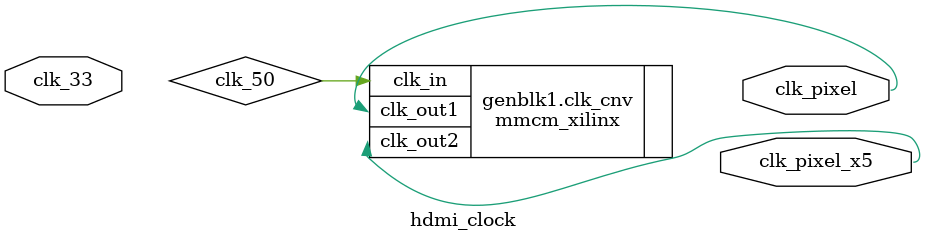
<source format=sv>
`timescale 1ns / 1ns

module hdmi_clock
  #(
     parameter int VIDEO_ID_CODE = 1
   )
   (
     input logic clk_33,
     output logic clk_pixel,
     output logic clk_pixel_x5
   );
  generate
    case (VIDEO_ID_CODE)
      1:  // 640x480 25.2MHz
        mmcm_xilinx  #(.MULT_F(63.000), .DIVCLK_DIVIDE(5), .DIV1_F(25.0), .DIV2(5), .CLKIN_PERIOD(20.0))
        clk_cnv (.clk_in(clk_50), .clk_out1(clk_pixel), .clk_out2(clk_pixel_x5));
      4:  // 1280x720 74.25MHz
        mmcm_xilinx  #(.MULT_F(59.375), .DIVCLK_DIVIDE(4), .DIV1_F(10.0), .DIV2(2), .CLKIN_PERIOD(20.0))
        clk_cnv (.clk_in(clk_50), .clk_out1(clk_pixel), .clk_out2(clk_pixel_x5));
      16:  // 1920x1080  	148.5MHz
        mmcm_xilinx  #(.MULT_F(59.375), .DIVCLK_DIVIDE(4), .DIV1_F(5.0), .DIV2(1), .CLKIN_PERIOD(20.0))
        clk_cnv (.clk_in(clk_50), .clk_out1(clk_pixel), .clk_out2(clk_pixel_x5));
    endcase
  endgenerate
endmodule

</source>
